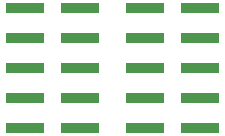
<source format=gbp>
G04 EAGLE Gerber RS-274X export*
G75*
%MOMM*%
%FSLAX34Y34*%
%LPD*%
%INSolderpaste Bottom*%
%IPPOS*%
%AMOC8*
5,1,8,0,0,1.08239X$1,22.5*%
G01*
G04 Define Apertures*
%ADD10R,3.300000X0.850000*%
D10*
X234300Y175800D03*
X187300Y175800D03*
X187300Y150400D03*
X187300Y125000D03*
X187300Y99600D03*
X187300Y74200D03*
X234300Y150400D03*
X234300Y125000D03*
X234300Y99600D03*
X234300Y74200D03*
X132700Y175800D03*
X85700Y175800D03*
X85700Y150400D03*
X85700Y125000D03*
X85700Y99600D03*
X85700Y74200D03*
X132700Y150400D03*
X132700Y125000D03*
X132700Y99600D03*
X132700Y74200D03*
M02*

</source>
